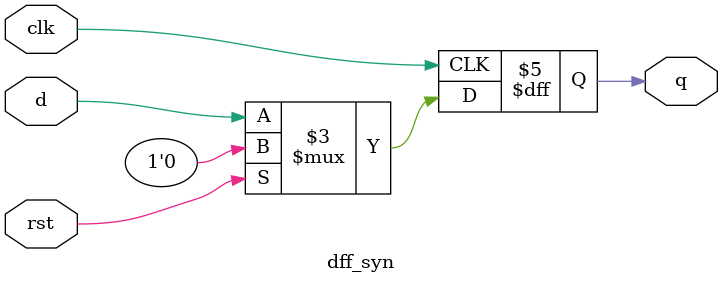
<source format=v>
module dff_syn
(
input d,clk,rst,
output reg q);
always @(posedge clk)
begin 
   if(rst)
    q<=0;
    else
   q<=d;
end
endmodule

</source>
